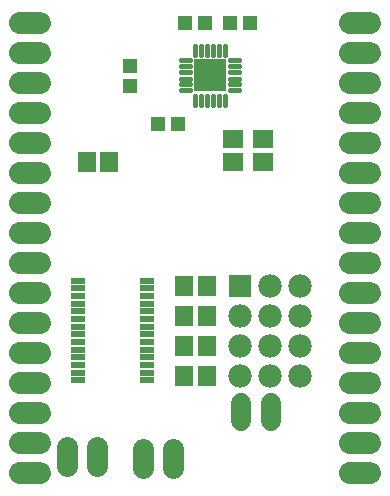
<source format=gts>
G75*
%MOIN*%
%OFA0B0*%
%FSLAX25Y25*%
%IPPOS*%
%LPD*%
%AMOC8*
5,1,8,0,0,1.08239X$1,22.5*
%
%ADD10R,0.05131X0.04737*%
%ADD11R,0.04737X0.05131*%
%ADD12C,0.01800*%
%ADD13R,0.11100X0.11100*%
%ADD14R,0.04700X0.02000*%
%ADD15R,0.05918X0.06706*%
%ADD16R,0.07800X0.07800*%
%ADD17C,0.07800*%
%ADD18C,0.07400*%
%ADD19R,0.06706X0.05918*%
%ADD20C,0.07137*%
%ADD21C,0.06800*%
D10*
X0123887Y0190383D03*
X0130580Y0190383D03*
X0133087Y0223933D03*
X0139780Y0223933D03*
X0148087Y0223933D03*
X0154780Y0223933D03*
D11*
X0114683Y0209630D03*
X0114683Y0202937D03*
D12*
X0131720Y0203482D02*
X0134720Y0203482D01*
X0134720Y0205459D02*
X0131720Y0205459D01*
X0131720Y0207565D02*
X0134720Y0207565D01*
X0134720Y0209552D02*
X0131720Y0209552D01*
X0131720Y0211538D02*
X0134720Y0211538D01*
X0136367Y0213286D02*
X0136367Y0216286D01*
X0138364Y0216286D02*
X0138364Y0213286D01*
X0140341Y0213286D02*
X0140341Y0216286D01*
X0142447Y0216286D02*
X0142447Y0213286D01*
X0144433Y0213286D02*
X0144433Y0216286D01*
X0146420Y0216286D02*
X0146420Y0213286D01*
X0148068Y0211538D02*
X0151068Y0211538D01*
X0151068Y0209552D02*
X0148068Y0209552D01*
X0148068Y0207565D02*
X0151068Y0207565D01*
X0151068Y0205459D02*
X0148068Y0205459D01*
X0148068Y0203482D02*
X0151068Y0203482D01*
X0151068Y0201485D02*
X0148068Y0201485D01*
X0146420Y0199738D02*
X0146420Y0196738D01*
X0144433Y0196738D02*
X0144433Y0199738D01*
X0142447Y0199738D02*
X0142447Y0196738D01*
X0140341Y0196738D02*
X0140341Y0199738D01*
X0138364Y0199738D02*
X0138364Y0196738D01*
X0136367Y0196738D02*
X0136367Y0199738D01*
X0134720Y0201485D02*
X0131720Y0201485D01*
D13*
X0141354Y0206472D03*
D14*
X0120420Y0138067D03*
X0120420Y0135508D03*
X0120420Y0132949D03*
X0120420Y0130390D03*
X0120420Y0127831D03*
X0120420Y0125272D03*
X0120420Y0122713D03*
X0120420Y0120154D03*
X0120420Y0117594D03*
X0120420Y0115035D03*
X0120420Y0112476D03*
X0120420Y0109917D03*
X0120420Y0107358D03*
X0120420Y0104799D03*
X0097446Y0104799D03*
X0097446Y0107358D03*
X0097446Y0109917D03*
X0097446Y0112476D03*
X0097446Y0115035D03*
X0097446Y0117594D03*
X0097446Y0120154D03*
X0097446Y0122713D03*
X0097446Y0125272D03*
X0097446Y0127831D03*
X0097446Y0130390D03*
X0097446Y0132949D03*
X0097446Y0135508D03*
X0097446Y0138067D03*
D15*
X0100193Y0177683D03*
X0107673Y0177683D03*
X0132693Y0136433D03*
X0140173Y0136433D03*
X0140173Y0126433D03*
X0132693Y0126433D03*
X0132693Y0116433D03*
X0132693Y0106433D03*
X0140173Y0106433D03*
X0140173Y0116433D03*
D16*
X0151433Y0136433D03*
D17*
X0151433Y0126433D03*
X0151433Y0116433D03*
X0151433Y0106433D03*
X0161433Y0106433D03*
X0161433Y0116433D03*
X0161433Y0126433D03*
X0161433Y0136433D03*
X0171433Y0136433D03*
X0171433Y0126433D03*
X0171433Y0116433D03*
X0171433Y0106433D03*
D18*
X0084733Y0073933D02*
X0078133Y0073933D01*
X0078133Y0083933D02*
X0084733Y0083933D01*
X0084733Y0093933D02*
X0078133Y0093933D01*
X0078133Y0103933D02*
X0084733Y0103933D01*
X0084733Y0113933D02*
X0078133Y0113933D01*
X0078133Y0123933D02*
X0084733Y0123933D01*
X0084733Y0133933D02*
X0078133Y0133933D01*
X0078133Y0143933D02*
X0084733Y0143933D01*
X0084733Y0153933D02*
X0078133Y0153933D01*
X0078133Y0163933D02*
X0084733Y0163933D01*
X0084733Y0173933D02*
X0078133Y0173933D01*
X0078133Y0183933D02*
X0084733Y0183933D01*
X0084733Y0193933D02*
X0078133Y0193933D01*
X0078133Y0203933D02*
X0084733Y0203933D01*
X0084733Y0213933D02*
X0078133Y0213933D01*
X0078133Y0223933D02*
X0084733Y0223933D01*
X0188133Y0223933D02*
X0194733Y0223933D01*
X0194733Y0213933D02*
X0188133Y0213933D01*
X0188133Y0203933D02*
X0194733Y0203933D01*
X0194733Y0193933D02*
X0188133Y0193933D01*
X0188133Y0183933D02*
X0194733Y0183933D01*
X0194733Y0173933D02*
X0188133Y0173933D01*
X0188133Y0163933D02*
X0194733Y0163933D01*
X0194733Y0153933D02*
X0188133Y0153933D01*
X0188133Y0143933D02*
X0194733Y0143933D01*
X0194733Y0133933D02*
X0188133Y0133933D01*
X0188133Y0123933D02*
X0194733Y0123933D01*
X0194733Y0113933D02*
X0188133Y0113933D01*
X0188133Y0103933D02*
X0194733Y0103933D01*
X0194733Y0093933D02*
X0188133Y0093933D01*
X0188133Y0083933D02*
X0194733Y0083933D01*
X0194733Y0073933D02*
X0188133Y0073933D01*
D19*
X0158933Y0177693D03*
X0158933Y0185173D03*
X0148933Y0185173D03*
X0148933Y0177693D03*
D20*
X0129083Y0082102D02*
X0129083Y0075765D01*
X0119083Y0075765D02*
X0119083Y0082102D01*
X0103558Y0082552D02*
X0103558Y0076215D01*
X0093558Y0076215D02*
X0093558Y0082552D01*
D21*
X0151515Y0091228D02*
X0151515Y0097228D01*
X0161515Y0097228D02*
X0161515Y0091228D01*
M02*

</source>
